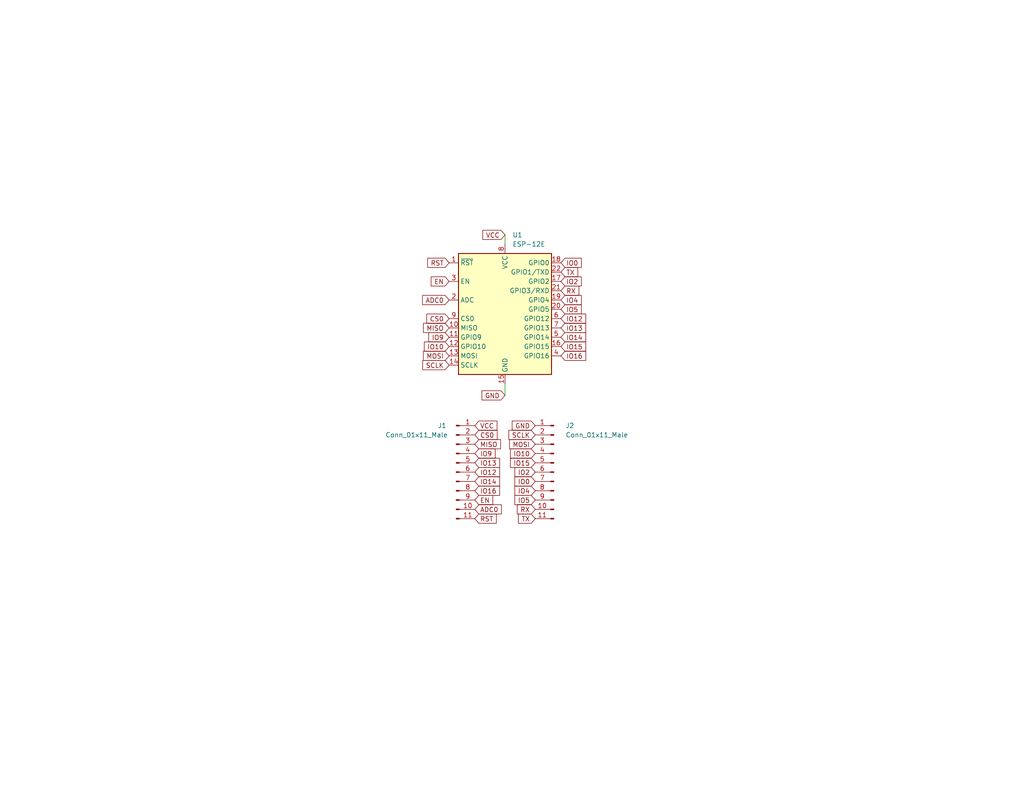
<source format=kicad_sch>
(kicad_sch (version 20231120) (generator "eeschema") (generator_version "8.0")
  (paper "USLetter")
  (title_block (title "WB3S Breakout Breadboard") (date "2025-11-04") (rev "1.0"))
  (lib_symbols
    (symbol "Connector:Conn_01x11_Male" (pin_names (offset 1.016) hide)
      (property "Reference" "J" (at 0 15.24 0))
      (property "Value" "Conn_01x11_Male" (at 0 -15.24 0))
      (symbol "Conn_01x11_Male_1_1"
        (polyline (pts (xy 1.27 -12.7) (xy 0.8636 -12.7)) (stroke (width 0.1524)))
        (polyline (pts (xy 1.27 -10.16) (xy 0.8636 -10.16)) (stroke (width 0.1524)))
        (polyline (pts (xy 1.27 -7.62) (xy 0.8636 -7.62)) (stroke (width 0.1524)))
        (polyline (pts (xy 1.27 -5.08) (xy 0.8636 -5.08)) (stroke (width 0.1524)))
        (polyline (pts (xy 1.27 -2.54) (xy 0.8636 -2.54)) (stroke (width 0.1524)))
        (polyline (pts (xy 1.27 0) (xy 0.8636 0)) (stroke (width 0.1524)))
        (polyline (pts (xy 1.27 2.54) (xy 0.8636 2.54)) (stroke (width 0.1524)))
        (polyline (pts (xy 1.27 5.08) (xy 0.8636 5.08)) (stroke (width 0.1524)))
        (polyline (pts (xy 1.27 7.62) (xy 0.8636 7.62)) (stroke (width 0.1524)))
        (polyline (pts (xy 1.27 10.16) (xy 0.8636 10.16)) (stroke (width 0.1524)))
        (polyline (pts (xy 1.27 12.7) (xy 0.8636 12.7)) (stroke (width 0.1524)))
        (rectangle (start 0.8636 -12.573) (end 0 -12.827) (stroke (width 0.1524)) (fill (type outline)))
        (rectangle (start 0.8636 -10.033) (end 0 -10.287) (stroke (width 0.1524)) (fill (type outline)))
        (rectangle (start 0.8636 -7.493) (end 0 -7.747) (stroke (width 0.1524)) (fill (type outline)))
        (rectangle (start 0.8636 -4.953) (end 0 -5.207) (stroke (width 0.1524)) (fill (type outline)))
        (rectangle (start 0.8636 -2.413) (end 0 -2.667) (stroke (width 0.1524)) (fill (type outline)))
        (rectangle (start 0.8636 0.127) (end 0 -0.127) (stroke (width 0.1524)) (fill (type outline)))
        (rectangle (start 0.8636 2.667) (end 0 2.413) (stroke (width 0.1524)) (fill (type outline)))
        (rectangle (start 0.8636 5.207) (end 0 4.953) (stroke (width 0.1524)) (fill (type outline)))
        (rectangle (start 0.8636 7.747) (end 0 7.493) (stroke (width 0.1524)) (fill (type outline)))
        (rectangle (start 0.8636 10.287) (end 0 10.033) (stroke (width 0.1524)) (fill (type outline)))
        (rectangle (start 0.8636 12.827) (end 0 12.573) (stroke (width 0.1524)) (fill (type outline)))
        (pin passive line (at 5.08 12.7 180) (length 3.81) (name "Pin_1") (number "1"))
        (pin passive line (at 5.08 -10.16 180) (length 3.81) (name "Pin_10") (number "10"))
        (pin passive line (at 5.08 -12.7 180) (length 3.81) (name "Pin_11") (number "11"))
        (pin passive line (at 5.08 10.16 180) (length 3.81) (name "Pin_2") (number "2"))
        (pin passive line (at 5.08 7.62 180) (length 3.81) (name "Pin_3") (number "3"))
        (pin passive line (at 5.08 5.08 180) (length 3.81) (name "Pin_4") (number "4"))
        (pin passive line (at 5.08 2.54 180) (length 3.81) (name "Pin_5") (number "5"))
        (pin passive line (at 5.08 0 180) (length 3.81) (name "Pin_6") (number "6"))
        (pin passive line (at 5.08 -2.54 180) (length 3.81) (name "Pin_7") (number "7"))
        (pin passive line (at 5.08 -5.08 180) (length 3.81) (name "Pin_8") (number "8"))
        (pin passive line (at 5.08 -7.62 180) (length 3.81) (name "Pin_9") (number "9"))
      )
    )
    (symbol "RF_Module:ESP-12E"
      (property "Reference" "U" (at -12.7 19.05 0))
      (property "Value" "ESP-12E" (at 12.7 19.05 0))
      (symbol "ESP-12E_0_1"
        (rectangle (start -12.7 17.78) (end 12.7 -15.24) (stroke (width 0.254)) (fill (type background)))
      )
      (symbol "ESP-12E_1_1"
        (pin input line (at -15.24 15.24 0) (length 2.54) (name "~{RST}") (number "1"))
        (pin bidirectional line (at -15.24 -2.54 0) (length 2.54) (name "MISO") (number "10"))
        (pin bidirectional line (at -15.24 -5.08 0) (length 2.54) (name "GPIO9") (number "11"))
        (pin bidirectional line (at -15.24 -7.62 0) (length 2.54) (name "GPIO10") (number "12"))
        (pin bidirectional line (at -15.24 -10.16 0) (length 2.54) (name "MOSI") (number "13"))
        (pin bidirectional line (at -15.24 -12.7 0) (length 2.54) (name "SCLK") (number "14"))
        (pin power_in line (at 0 -17.78 90) (length 2.54) (name "GND") (number "15"))
        (pin bidirectional line (at 15.24 -7.62 180) (length 2.54) (name "GPIO15") (number "16"))
        (pin bidirectional line (at 15.24 10.16 180) (length 2.54) (name "GPIO2") (number "17"))
        (pin bidirectional line (at 15.24 15.24 180) (length 2.54) (name "GPIO0") (number "18"))
        (pin bidirectional line (at 15.24 5.08 180) (length 2.54) (name "GPIO4") (number "19"))
        (pin input line (at -15.24 5.08 0) (length 2.54) (name "ADC") (number "2"))
        (pin bidirectional line (at 15.24 2.54 180) (length 2.54) (name "GPIO5") (number "20"))
        (pin bidirectional line (at 15.24 7.62 180) (length 2.54) (name "GPIO3/RXD") (number "21"))
        (pin bidirectional line (at 15.24 12.7 180) (length 2.54) (name "GPIO1/TXD") (number "22"))
        (pin input line (at -15.24 10.16 0) (length 2.54) (name "EN") (number "3"))
        (pin bidirectional line (at 15.24 -10.16 180) (length 2.54) (name "GPIO16") (number "4"))
        (pin bidirectional line (at 15.24 -5.08 180) (length 2.54) (name "GPIO14") (number "5"))
        (pin bidirectional line (at 15.24 0 180) (length 2.54) (name "GPIO12") (number "6"))
        (pin bidirectional line (at 15.24 -2.54 180) (length 2.54) (name "GPIO13") (number "7"))
        (pin power_in line (at 0 20.32 270) (length 2.54) (name "VCC") (number "8"))
        (pin input line (at -15.24 0 0) (length 2.54) (name "CS0") (number "9"))
      )
    )
  )
  (wire (pts (xy 137.795 64.135) (xy 137.795 66.675)))
  (wire (pts (xy 137.795 104.775) (xy 137.795 107.95)))
  (global_label "IO12" (shape input) (at 153.035 86.995 0) (property "Intersheetrefs" "${INTERSHEET_REFS}" (effects (hide yes))))
  (global_label "IO10" (shape input) (at 146.05 123.825 180) (property "Intersheetrefs" "${INTERSHEET_REFS}" (effects (hide yes))))
  (global_label "RST" (shape input) (at 129.54 141.605 0) (property "Intersheetrefs" "${INTERSHEET_REFS}" (effects (hide yes))))
  (global_label "VCC" (shape input) (at 137.795 64.135 180) (property "Intersheetrefs" "${INTERSHEET_REFS}" (effects (hide yes))))
  (global_label "IO16" (shape input) (at 153.035 97.155 0) (property "Intersheetrefs" "${INTERSHEET_REFS}" (effects (hide yes))))
  (global_label "IO0" (shape input) (at 153.035 71.755 0) (property "Intersheetrefs" "${INTERSHEET_REFS}" (effects (hide yes))))
  (global_label "IO14" (shape input) (at 129.54 131.445 0) (property "Intersheetrefs" "${INTERSHEET_REFS}" (effects (hide yes))))
  (global_label "IO2" (shape input) (at 153.035 76.835 0) (property "Intersheetrefs" "${INTERSHEET_REFS}" (effects (hide yes))))
  (global_label "IO14" (shape input) (at 153.035 92.075 0) (property "Intersheetrefs" "${INTERSHEET_REFS}" (effects (hide yes))))
  (global_label "IO15" (shape input) (at 153.035 94.615 0) (property "Intersheetrefs" "${INTERSHEET_REFS}" (effects (hide yes))))
  (global_label "SCLK" (shape input) (at 146.05 118.745 180) (property "Intersheetrefs" "${INTERSHEET_REFS}" (effects (hide yes))))
  (global_label "MISO" (shape input) (at 122.555 89.535 180) (property "Intersheetrefs" "${INTERSHEET_REFS}" (effects (hide yes))))
  (global_label "IO9" (shape input) (at 122.555 92.075 180) (property "Intersheetrefs" "${INTERSHEET_REFS}" (effects (hide yes))))
  (global_label "IO0" (shape input) (at 146.05 131.445 180) (property "Intersheetrefs" "${INTERSHEET_REFS}" (effects (hide yes))))
  (global_label "RX" (shape input) (at 153.035 79.375 0) (property "Intersheetrefs" "${INTERSHEET_REFS}" (effects (hide yes))))
  (global_label "EN" (shape input) (at 129.54 136.525 0) (property "Intersheetrefs" "${INTERSHEET_REFS}" (effects (hide yes))))
  (global_label "IO13" (shape input) (at 153.035 89.535 0) (property "Intersheetrefs" "${INTERSHEET_REFS}" (effects (hide yes))))
  (global_label "GND" (shape input) (at 146.05 116.205 180) (property "Intersheetrefs" "${INTERSHEET_REFS}" (effects (hide yes))))
  (global_label "IO4" (shape input) (at 153.035 81.915 0) (property "Intersheetrefs" "${INTERSHEET_REFS}" (effects (hide yes))))
  (global_label "MOSI" (shape input) (at 146.05 121.285 180) (property "Intersheetrefs" "${INTERSHEET_REFS}" (effects (hide yes))))
  (global_label "IO2" (shape input) (at 146.05 128.905 180) (property "Intersheetrefs" "${INTERSHEET_REFS}" (effects (hide yes))))
  (global_label "GND" (shape input) (at 137.795 107.95 180) (property "Intersheetrefs" "${INTERSHEET_REFS}" (effects (hide yes))))
  (global_label "ADC0" (shape input) (at 129.54 139.065 0) (property "Intersheetrefs" "${INTERSHEET_REFS}" (effects (hide yes))))
  (global_label "ADC0" (shape input) (at 122.555 81.915 180) (property "Intersheetrefs" "${INTERSHEET_REFS}" (effects (hide yes))))
  (global_label "TX" (shape input) (at 146.05 141.605 180) (property "Intersheetrefs" "${INTERSHEET_REFS}" (effects (hide yes))))
  (global_label "TX" (shape input) (at 153.035 74.295 0) (property "Intersheetrefs" "${INTERSHEET_REFS}" (effects (hide yes))))
  (global_label "IO15" (shape input) (at 146.05 126.365 180) (property "Intersheetrefs" "${INTERSHEET_REFS}" (effects (hide yes))))
  (global_label "EN" (shape input) (at 122.555 76.835 180) (property "Intersheetrefs" "${INTERSHEET_REFS}" (effects (hide yes))))
  (global_label "VCC" (shape input) (at 129.54 116.205 0) (property "Intersheetrefs" "${INTERSHEET_REFS}" (effects (hide yes))))
  (global_label "MOSI" (shape input) (at 122.555 97.155 180) (property "Intersheetrefs" "${INTERSHEET_REFS}" (effects (hide yes))))
  (global_label "SCLK" (shape input) (at 122.555 99.695 180) (property "Intersheetrefs" "${INTERSHEET_REFS}" (effects (hide yes))))
  (global_label "IO12" (shape input) (at 129.54 128.905 0) (property "Intersheetrefs" "${INTERSHEET_REFS}" (effects (hide yes))))
  (global_label "CS0" (shape input) (at 129.54 118.745 0) (property "Intersheetrefs" "${INTERSHEET_REFS}" (effects (hide yes))))
  (global_label "IO4" (shape input) (at 146.05 133.985 180) (property "Intersheetrefs" "${INTERSHEET_REFS}" (effects (hide yes))))
  (global_label "IO5" (shape input) (at 153.035 84.455 0) (property "Intersheetrefs" "${INTERSHEET_REFS}" (effects (hide yes))))
  (global_label "CS0" (shape input) (at 122.555 86.995 180) (property "Intersheetrefs" "${INTERSHEET_REFS}" (effects (hide yes))))
  (global_label "IO5" (shape input) (at 146.05 136.525 180) (property "Intersheetrefs" "${INTERSHEET_REFS}" (effects (hide yes))))
  (global_label "IO13" (shape input) (at 129.54 126.365 0) (property "Intersheetrefs" "${INTERSHEET_REFS}" (effects (hide yes))))
  (global_label "MISO" (shape input) (at 129.54 121.285 0) (property "Intersheetrefs" "${INTERSHEET_REFS}" (effects (hide yes))))
  (global_label "IO9" (shape input) (at 129.54 123.825 0) (property "Intersheetrefs" "${INTERSHEET_REFS}" (effects (hide yes))))
  (global_label "RST" (shape input) (at 122.555 71.755 180) (property "Intersheetrefs" "${INTERSHEET_REFS}" (effects (hide yes))))
  (global_label "IO10" (shape input) (at 122.555 94.615 180) (property "Intersheetrefs" "${INTERSHEET_REFS}" (effects (hide yes))))
  (global_label "IO16" (shape input) (at 129.54 133.985 0) (property "Intersheetrefs" "${INTERSHEET_REFS}" (effects (hide yes))))
  (global_label "RX" (shape input) (at 146.05 139.065 180) (property "Intersheetrefs" "${INTERSHEET_REFS}" (effects (hide yes))))
  (symbol (lib_id "RF_Module:ESP-12E") (at 137.795 86.995 0) (unit 1)
    (property "Reference" "U1" (at 139.8144 64.135 0) (effects (justify left)))
    (property "Value" "ESP-12E" (at 139.8144 66.675 0) (effects (justify left)))
    (property "Footprint" "RF_Module:ESP-12E" (effects (hide yes)))
    (property "Datasheet" "http://wiki.ai-thinker.com/_media/esp8266/esp8266_series_modules_user_manual_v1.1.pdf" (effects (hide yes)))
  )
  (symbol (lib_id "Connector:Conn_01x11_Male") (at 124.46 128.905 0) (unit 1)
    (property "Reference" "J1" (at 120.65 116.205 0))
    (property "Value" "Conn_01x11_Male" (at 113.665 118.745 0))
    (property "Footprint" "Connector_PinHeader_2.54mm:PinHeader_1x11_P2.54mm_Vertical" (effects (hide yes)))
  )
  (symbol (lib_id "Connector:Conn_01x11_Male") (at 151.13 128.905 0) (mirror y) (unit 1)
    (property "Reference" "J2" (at 154.305 116.205 0) (effects (justify right)))
    (property "Value" "Conn_01x11_Male" (at 154.305 118.745 0) (effects (justify right)))
    (property "Footprint" "Connector_PinHeader_2.54mm:PinHeader_1x11_P2.54mm_Vertical" (effects (hide yes)))
  )
)
</source>
